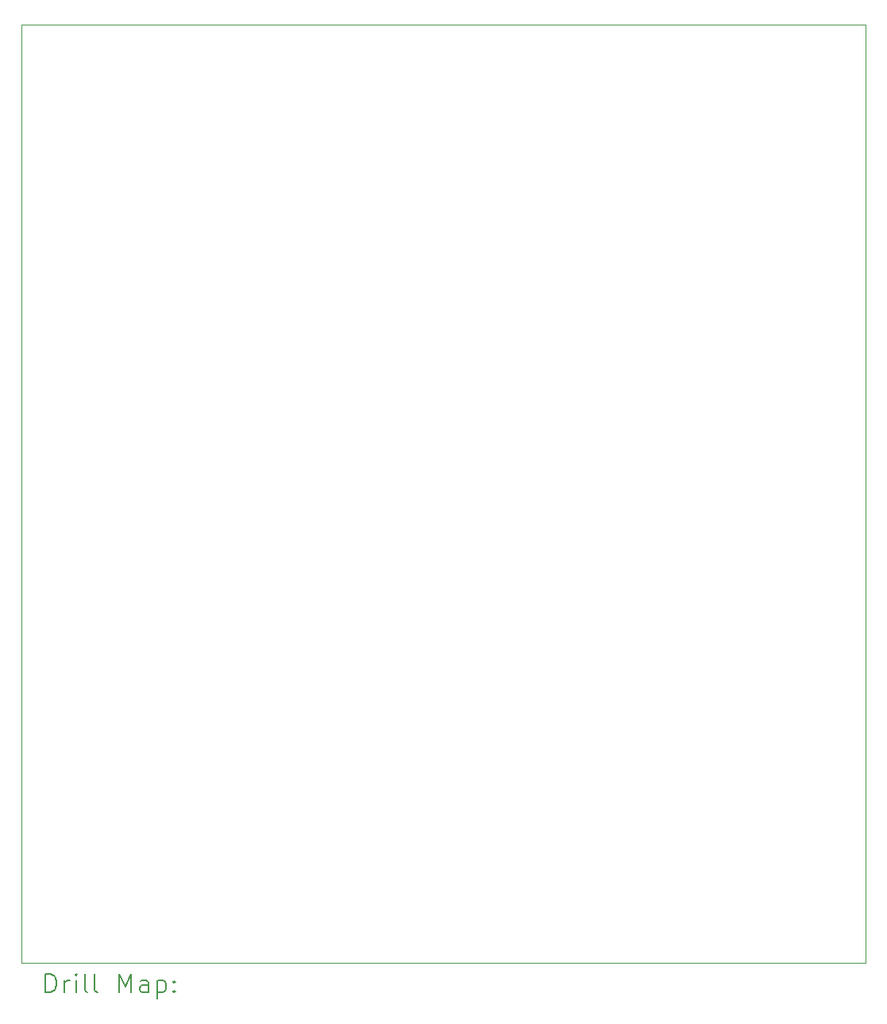
<source format=gbr>
%TF.GenerationSoftware,KiCad,Pcbnew,8.0.7*%
%TF.CreationDate,2025-01-15T13:48:55-05:00*%
%TF.ProjectId,CPU,4350552e-6b69-4636-9164-5f7063625858,rev?*%
%TF.SameCoordinates,Original*%
%TF.FileFunction,Drillmap*%
%TF.FilePolarity,Positive*%
%FSLAX45Y45*%
G04 Gerber Fmt 4.5, Leading zero omitted, Abs format (unit mm)*
G04 Created by KiCad (PCBNEW 8.0.7) date 2025-01-15 13:48:55*
%MOMM*%
%LPD*%
G01*
G04 APERTURE LIST*
%ADD10C,0.050000*%
%ADD11C,0.200000*%
G04 APERTURE END LIST*
D10*
X8500000Y-5000000D02*
X17500000Y-5000000D01*
X17500000Y-15000000D01*
X8500000Y-15000000D01*
X8500000Y-5000000D01*
D11*
X8758277Y-15313984D02*
X8758277Y-15113984D01*
X8758277Y-15113984D02*
X8805896Y-15113984D01*
X8805896Y-15113984D02*
X8834467Y-15123508D01*
X8834467Y-15123508D02*
X8853515Y-15142555D01*
X8853515Y-15142555D02*
X8863039Y-15161603D01*
X8863039Y-15161603D02*
X8872563Y-15199698D01*
X8872563Y-15199698D02*
X8872563Y-15228269D01*
X8872563Y-15228269D02*
X8863039Y-15266365D01*
X8863039Y-15266365D02*
X8853515Y-15285412D01*
X8853515Y-15285412D02*
X8834467Y-15304460D01*
X8834467Y-15304460D02*
X8805896Y-15313984D01*
X8805896Y-15313984D02*
X8758277Y-15313984D01*
X8958277Y-15313984D02*
X8958277Y-15180650D01*
X8958277Y-15218746D02*
X8967801Y-15199698D01*
X8967801Y-15199698D02*
X8977324Y-15190174D01*
X8977324Y-15190174D02*
X8996372Y-15180650D01*
X8996372Y-15180650D02*
X9015420Y-15180650D01*
X9082086Y-15313984D02*
X9082086Y-15180650D01*
X9082086Y-15113984D02*
X9072563Y-15123508D01*
X9072563Y-15123508D02*
X9082086Y-15133031D01*
X9082086Y-15133031D02*
X9091610Y-15123508D01*
X9091610Y-15123508D02*
X9082086Y-15113984D01*
X9082086Y-15113984D02*
X9082086Y-15133031D01*
X9205896Y-15313984D02*
X9186848Y-15304460D01*
X9186848Y-15304460D02*
X9177324Y-15285412D01*
X9177324Y-15285412D02*
X9177324Y-15113984D01*
X9310658Y-15313984D02*
X9291610Y-15304460D01*
X9291610Y-15304460D02*
X9282086Y-15285412D01*
X9282086Y-15285412D02*
X9282086Y-15113984D01*
X9539229Y-15313984D02*
X9539229Y-15113984D01*
X9539229Y-15113984D02*
X9605896Y-15256841D01*
X9605896Y-15256841D02*
X9672563Y-15113984D01*
X9672563Y-15113984D02*
X9672563Y-15313984D01*
X9853515Y-15313984D02*
X9853515Y-15209222D01*
X9853515Y-15209222D02*
X9843991Y-15190174D01*
X9843991Y-15190174D02*
X9824944Y-15180650D01*
X9824944Y-15180650D02*
X9786848Y-15180650D01*
X9786848Y-15180650D02*
X9767801Y-15190174D01*
X9853515Y-15304460D02*
X9834467Y-15313984D01*
X9834467Y-15313984D02*
X9786848Y-15313984D01*
X9786848Y-15313984D02*
X9767801Y-15304460D01*
X9767801Y-15304460D02*
X9758277Y-15285412D01*
X9758277Y-15285412D02*
X9758277Y-15266365D01*
X9758277Y-15266365D02*
X9767801Y-15247317D01*
X9767801Y-15247317D02*
X9786848Y-15237793D01*
X9786848Y-15237793D02*
X9834467Y-15237793D01*
X9834467Y-15237793D02*
X9853515Y-15228269D01*
X9948753Y-15180650D02*
X9948753Y-15380650D01*
X9948753Y-15190174D02*
X9967801Y-15180650D01*
X9967801Y-15180650D02*
X10005896Y-15180650D01*
X10005896Y-15180650D02*
X10024944Y-15190174D01*
X10024944Y-15190174D02*
X10034467Y-15199698D01*
X10034467Y-15199698D02*
X10043991Y-15218746D01*
X10043991Y-15218746D02*
X10043991Y-15275888D01*
X10043991Y-15275888D02*
X10034467Y-15294936D01*
X10034467Y-15294936D02*
X10024944Y-15304460D01*
X10024944Y-15304460D02*
X10005896Y-15313984D01*
X10005896Y-15313984D02*
X9967801Y-15313984D01*
X9967801Y-15313984D02*
X9948753Y-15304460D01*
X10129705Y-15294936D02*
X10139229Y-15304460D01*
X10139229Y-15304460D02*
X10129705Y-15313984D01*
X10129705Y-15313984D02*
X10120182Y-15304460D01*
X10120182Y-15304460D02*
X10129705Y-15294936D01*
X10129705Y-15294936D02*
X10129705Y-15313984D01*
X10129705Y-15190174D02*
X10139229Y-15199698D01*
X10139229Y-15199698D02*
X10129705Y-15209222D01*
X10129705Y-15209222D02*
X10120182Y-15199698D01*
X10120182Y-15199698D02*
X10129705Y-15190174D01*
X10129705Y-15190174D02*
X10129705Y-15209222D01*
M02*

</source>
